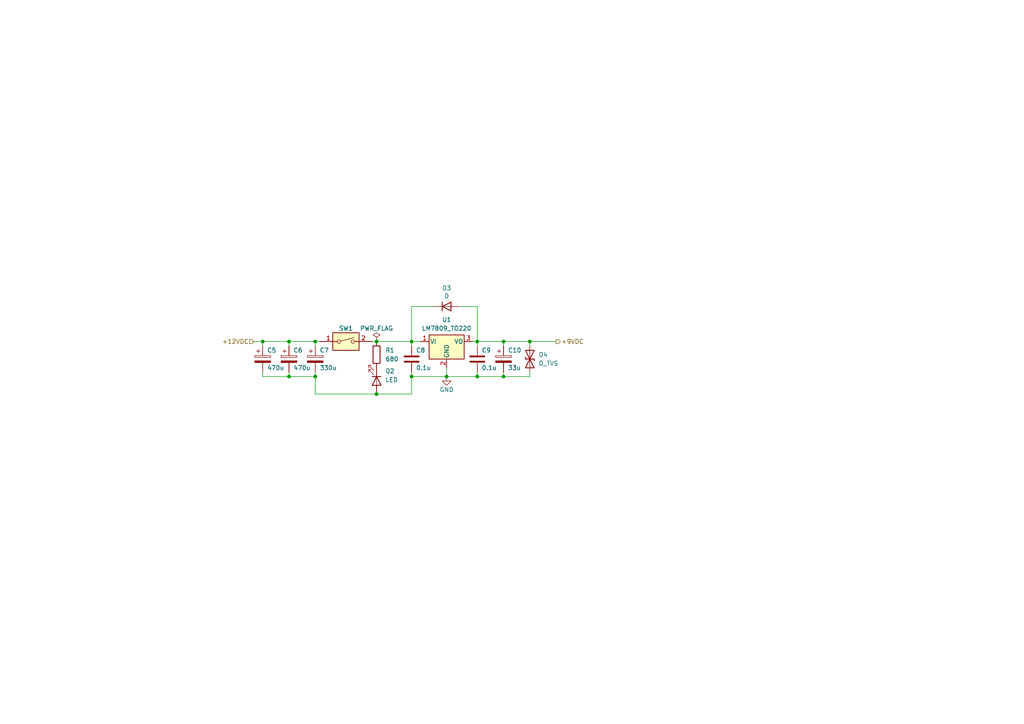
<source format=kicad_sch>
(kicad_sch (version 20231120) (generator "eeschema") (generator_version "8.0")
  (paper "A4")
  (lib_symbols
    (symbol "Device:C" (pin_numbers hide) (pin_names (offset 0.254))
      (property "Reference" "C" (at 0.635 2.54 0))
      (property "Value" "C" (at 0.635 -2.54 0))
      (symbol "C_0_1"
        (polyline (pts (xy -2.032 -0.762) (xy 2.032 -0.762)) (stroke (width 0.508)))
        (polyline (pts (xy -2.032 0.762) (xy 2.032 0.762)) (stroke (width 0.508)))
      )
      (symbol "C_1_1"
        (pin passive line (at 0 3.81 270) (length 2.794) (name "~") (number "1"))
        (pin passive line (at 0 -3.81 90) (length 2.794) (name "~") (number "2"))
      )
    )
    (symbol "Device:C_Polarized" (pin_numbers hide) (pin_names (offset 0.254))
      (property "Reference" "C" (at 0.635 2.54 0))
      (property "Value" "C_Polarized" (at 0.635 -2.54 0))
      (symbol "C_Polarized_0_1"
        (rectangle (start -2.286 0.508) (end 2.286 1.016))
        (polyline (pts (xy -1.778 2.286) (xy -0.762 2.286)))
        (polyline (pts (xy -1.27 2.794) (xy -1.27 1.778)))
        (rectangle (start 2.286 -0.508) (end -2.286 -1.016) (fill (type outline)))
      )
      (symbol "C_Polarized_1_1"
        (pin passive line (at 0 3.81 270) (length 2.794) (name "~") (number "1"))
        (pin passive line (at 0 -3.81 90) (length 2.794) (name "~") (number "2"))
      )
    )
    (symbol "Device:D" (pin_numbers hide) (pin_names (offset 1.016) hide)
      (property "Reference" "D" (at 0 2.54 0))
      (property "Value" "D" (at 0 -2.54 0))
      (symbol "D_0_1"
        (polyline (pts (xy -1.27 1.27) (xy -1.27 -1.27)) (stroke (width 0.254)))
        (polyline (pts (xy 1.27 0) (xy -1.27 0)))
        (polyline (pts (xy 1.27 1.27) (xy 1.27 -1.27) (xy -1.27 0) (xy 1.27 1.27)) (stroke (width 0.254)))
      )
      (symbol "D_1_1"
        (pin passive line (at -3.81 0 0) (length 2.54) (name "K") (number "1"))
        (pin passive line (at 3.81 0 180) (length 2.54) (name "A") (number "2"))
      )
    )
    (symbol "Device:D_TVS" (pin_numbers hide) (pin_names (offset 1.016) hide)
      (property "Reference" "D" (at 0 2.54 0))
      (property "Value" "D_TVS" (at 0 -2.54 0))
      (symbol "D_TVS_0_1"
        (polyline (pts (xy 1.27 0) (xy -1.27 0)))
        (polyline (pts (xy 0.508 1.27) (xy 0 1.27) (xy 0 -1.27) (xy -0.508 -1.27)) (stroke (width 0.254)))
        (polyline (pts (xy -2.54 1.27) (xy -2.54 -1.27) (xy 2.54 1.27) (xy 2.54 -1.27) (xy -2.54 1.27)) (stroke (width 0.254)))
      )
      (symbol "D_TVS_1_1"
        (pin passive line (at -3.81 0 0) (length 2.54) (name "A1") (number "1"))
        (pin passive line (at 3.81 0 180) (length 2.54) (name "A2") (number "2"))
      )
    )
    (symbol "Device:LED" (pin_numbers hide) (pin_names (offset 1.016) hide)
      (property "Reference" "D" (at 0 2.54 0))
      (property "Value" "LED" (at 0 -2.54 0))
      (symbol "LED_0_1"
        (polyline (pts (xy -1.27 -1.27) (xy -1.27 1.27)) (stroke (width 0.254)))
        (polyline (pts (xy -1.27 0) (xy 1.27 0)))
        (polyline (pts (xy 1.27 -1.27) (xy 1.27 1.27) (xy -1.27 0) (xy 1.27 -1.27)) (stroke (width 0.254)))
        (polyline (pts (xy -3.048 -0.762) (xy -4.572 -2.286) (xy -3.81 -2.286) (xy -4.572 -2.286) (xy -4.572 -1.524)))
        (polyline (pts (xy -1.778 -0.762) (xy -3.302 -2.286) (xy -2.54 -2.286) (xy -3.302 -2.286) (xy -3.302 -1.524)))
      )
      (symbol "LED_1_1"
        (pin passive line (at -3.81 0 0) (length 2.54) (name "K") (number "1"))
        (pin passive line (at 3.81 0 180) (length 2.54) (name "A") (number "2"))
      )
    )
    (symbol "Device:R" (pin_numbers hide) (pin_names (offset 0))
      (property "Reference" "R" (at 2.032 0 90))
      (property "Value" "R" (at 0 0 90))
      (symbol "R_0_1"
        (rectangle (start -1.016 -2.54) (end 1.016 2.54) (stroke (width 0.254)))
      )
      (symbol "R_1_1"
        (pin passive line (at 0 3.81 270) (length 1.27) (name "~") (number "1"))
        (pin passive line (at 0 -3.81 90) (length 1.27) (name "~") (number "2"))
      )
    )
    (symbol "Regulator_Linear:LM7809_TO220" (pin_names (offset 0.254))
      (property "Reference" "U" (at -3.81 3.175 0))
      (property "Value" "LM7809_TO220" (at 0 3.175 0))
      (symbol "LM7809_TO220_0_1"
        (rectangle (start -5.08 1.905) (end 5.08 -5.08) (stroke (width 0.254)) (fill (type background)))
      )
      (symbol "LM7809_TO220_1_1"
        (pin power_in line (at -7.62 0 0) (length 2.54) (name "VI") (number "1"))
        (pin power_in line (at 0 -7.62 90) (length 2.54) (name "GND") (number "2"))
        (pin power_out line (at 7.62 0 180) (length 2.54) (name "VO") (number "3"))
      )
    )
    (symbol "Switch:SW_DIP_x01" (pin_names (offset 0) hide)
      (property "Reference" "SW" (at 0 3.81 0))
      (property "Value" "SW_DIP_x01" (at 0 -3.81 0))
      (symbol "SW_DIP_x01_0_0"
        (circle (center -2.032 0) (radius 0.508))
        (polyline (pts (xy -1.524 0.127) (xy 2.3622 1.1684)))
        (circle (center 2.032 0) (radius 0.508))
      )
      (symbol "SW_DIP_x01_0_1"
        (rectangle (start -3.81 2.54) (end 3.81 -2.54) (stroke (width 0.254)) (fill (type background)))
      )
      (symbol "SW_DIP_x01_1_1"
        (pin passive line (at -7.62 0 0) (length 5.08) (name "~") (number "1"))
        (pin passive line (at 7.62 0 180) (length 5.08) (name "~") (number "2"))
      )
    )
    (symbol "power:GND" (power) (pin_names (offset 0))
      (property "Value" "GND" (at 0 -3.81 0))
      (symbol "GND_0_1"
        (polyline (pts (xy 0 0) (xy 0 -1.27) (xy 1.27 -1.27) (xy 0 -2.54) (xy -1.27 -1.27) (xy 0 -1.27)))
      )
      (symbol "GND_1_1"
        (pin power_in line (at 0 0 270) (length 0) hide (name "GND") (number "1"))
      )
    )
    (symbol "power:PWR_FLAG" (power) (pin_numbers hide) (pin_names (offset 0) hide)
      (property "Value" "PWR_FLAG" (at 0 3.81 0))
      (symbol "PWR_FLAG_0_0"
        (pin power_out line (at 0 0 90) (length 0) (name "~") (number "1"))
      )
      (symbol "PWR_FLAG_0_1"
        (polyline (pts (xy 0 0) (xy 0 1.27) (xy -1.016 1.905) (xy 0 2.54) (xy 1.016 1.905) (xy 0 1.27)))
      )
    )
  )
  (junction (at 91.44 109.22))
  (junction (at 153.67 99.06))
  (junction (at 129.54 109.22))
  (junction (at 119.38 99.06))
  (junction (at 76.2 99.06))
  (junction (at 83.82 109.22))
  (junction (at 146.05 99.06))
  (junction (at 138.43 109.22))
  (junction (at 119.38 109.22))
  (junction (at 83.82 99.06))
  (junction (at 138.43 99.06))
  (junction (at 109.22 114.3))
  (junction (at 109.22 99.06))
  (junction (at 146.05 109.22))
  (junction (at 91.44 99.06))
  (wire (pts (xy 153.67 99.06) (xy 153.67 100.33)))
  (wire (pts (xy 83.82 109.22) (xy 91.44 109.22)))
  (wire (pts (xy 146.05 99.06) (xy 153.67 99.06)))
  (wire (pts (xy 83.82 99.06) (xy 83.82 100.33)))
  (wire (pts (xy 91.44 109.22) (xy 91.44 114.3)))
  (wire (pts (xy 133.35 88.9) (xy 138.43 88.9)))
  (wire (pts (xy 138.43 109.22) (xy 138.43 107.95)))
  (wire (pts (xy 129.54 109.22) (xy 138.43 109.22)))
  (wire (pts (xy 119.38 114.3) (xy 119.38 109.22)))
  (wire (pts (xy 119.38 107.95) (xy 119.38 109.22)))
  (wire (pts (xy 91.44 99.06) (xy 91.44 100.33)))
  (wire (pts (xy 119.38 109.22) (xy 129.54 109.22)))
  (wire (pts (xy 76.2 99.06) (xy 76.2 100.33)))
  (wire (pts (xy 138.43 109.22) (xy 146.05 109.22)))
  (wire (pts (xy 76.2 107.95) (xy 76.2 109.22)))
  (wire (pts (xy 83.82 107.95) (xy 83.82 109.22)))
  (wire (pts (xy 76.2 99.06) (xy 83.82 99.06)))
  (wire (pts (xy 153.67 107.95) (xy 153.67 109.22)))
  (wire (pts (xy 146.05 109.22) (xy 146.05 107.95)))
  (wire (pts (xy 138.43 99.06) (xy 146.05 99.06)))
  (wire (pts (xy 138.43 99.06) (xy 138.43 100.33)))
  (wire (pts (xy 146.05 100.33) (xy 146.05 99.06)))
  (wire (pts (xy 91.44 114.3) (xy 109.22 114.3)))
  (wire (pts (xy 125.73 88.9) (xy 119.38 88.9)))
  (wire (pts (xy 109.22 99.06) (xy 119.38 99.06)))
  (wire (pts (xy 129.54 106.68) (xy 129.54 109.22)))
  (wire (pts (xy 153.67 99.06) (xy 161.29 99.06)))
  (wire (pts (xy 109.22 114.3) (xy 119.38 114.3)))
  (wire (pts (xy 91.44 107.95) (xy 91.44 109.22)))
  (wire (pts (xy 119.38 88.9) (xy 119.38 99.06)))
  (wire (pts (xy 137.16 99.06) (xy 138.43 99.06)))
  (wire (pts (xy 138.43 88.9) (xy 138.43 99.06)))
  (wire (pts (xy 119.38 99.06) (xy 121.92 99.06)))
  (wire (pts (xy 83.82 99.06) (xy 91.44 99.06)))
  (wire (pts (xy 107.95 99.06) (xy 109.22 99.06)))
  (wire (pts (xy 146.05 109.22) (xy 153.67 109.22)))
  (wire (pts (xy 76.2 109.22) (xy 83.82 109.22)))
  (wire (pts (xy 119.38 100.33) (xy 119.38 99.06)))
  (wire (pts (xy 92.71 99.06) (xy 91.44 99.06)))
  (wire (pts (xy 73.66 99.06) (xy 76.2 99.06)))
  (hierarchical_label "+9VDC" (shape output) (at 161.29 99.06 0))
  (hierarchical_label "+12VDC" (shape input) (at 73.66 99.06 180))
  (symbol (lib_id "power:PWR_FLAG") (at 109.22 99.06 0) (unit 1)
    (property "Reference" "#FLG05" (effects (hide yes)))
    (property "Value" "PWR_FLAG" (at 109.22 95.25 0))
    (property "Description" "Special symbol for telling ERC where power comes from" (effects (hide yes)))
    (instances (project "sk" (path "" (reference "#FLG05") (unit 1)) (path "" (reference "#FLG06") (unit 1)) (path "" (reference "#FLG07") (unit 1)) (path "" (reference "#FLG08") (unit 1)) (path "" (reference "#FLG09") (unit 1)) (path "" (reference "#FLG010") (unit 1))))
  )
  (symbol (lib_id "Device:D_TVS") (at 153.67 104.14 270) (unit 1)
    (property "Reference" "D4" (at 156.21 102.8699 90) (effects (justify left)))
    (property "Value" "D_TVS" (at 156.21 105.4099 90) (effects (justify left)))
    (property "Footprint" "Diode_SMD:D_SOD-523" (effects (hide yes)))
    (instances (project "sk" (path "" (reference "D4") (unit 1)) (path "" (reference "D7") (unit 1)) (path "" (reference "D10") (unit 1)) (path "" (reference "D13") (unit 1)) (path "" (reference "D16") (unit 1)) (path "" (reference "D19") (unit 1))))
  )
  (symbol (lib_id "Regulator_Linear:LM7809_TO220") (at 129.54 99.06 0) (unit 1)
    (property "Reference" "U1" (at 129.54 92.71 0))
    (property "Value" "LM7809_TO220" (at 129.54 95.25 0))
    (property "Footprint" "Package_TO_SOT_THT:TO-220-3_Vertical" (effects (hide yes)))
    (property "Datasheet" "https://www.onsemi.cn/PowerSolutions/document/MC7800-D.PDF" (effects (hide yes)))
    (instances (project "sk" (path "" (reference "U1") (unit 1)) (path "" (reference "U2") (unit 1)) (path "" (reference "U3") (unit 1)) (path "" (reference "U4") (unit 1)) (path "" (reference "U5") (unit 1)) (path "" (reference "U6") (unit 1))))
  )
  (symbol (lib_id "Device:R") (at 109.22 102.87 0) (unit 1)
    (property "Reference" "R1" (at 111.76 101.5999 0) (effects (justify left)))
    (property "Value" "680" (at 111.76 104.14 0) (effects (justify left)))
    (property "Footprint" "Resistor_SMD:R_0805_2012Metric" (effects (hide yes)))
    (instances (project "sk" (path "" (reference "R1") (unit 1)) (path "" (reference "R2") (unit 1)) (path "" (reference "R3") (unit 1)) (path "" (reference "R4") (unit 1)) (path "" (reference "R5") (unit 1)) (path "" (reference "R6") (unit 1))))
  )
  (symbol (lib_id "power:GND") (at 129.54 109.22 0) (unit 1)
    (property "Reference" "#PWR09" (effects (hide yes)))
    (property "Value" "GND" (at 129.54 113.03 0))
    (instances (project "sk" (path "" (reference "#PWR09") (unit 1)) (path "" (reference "#PWR010") (unit 1)) (path "" (reference "#PWR011") (unit 1)) (path "" (reference "#PWR012") (unit 1)) (path "" (reference "#PWR013") (unit 1)) (path "" (reference "#PWR014") (unit 1))))
  )
  (symbol (lib_id "Switch:SW_DIP_x01") (at 100.33 99.06 0) (unit 1)
    (property "Reference" "SW1" (at 100.33 95.25 0))
    (property "Value" "SW_DIP_x01" (effects (hide yes)))
    (property "Footprint" "switch:200MSP1T1B1M2QEH" (effects (hide yes)))
    (instances (project "sk" (path "" (reference "SW1") (unit 1)) (path "" (reference "SW2") (unit 1)) (path "" (reference "SW3") (unit 1)) (path "" (reference "SW4") (unit 1)) (path "" (reference "SW5") (unit 1)) (path "" (reference "SW6") (unit 1))))
  )
  (symbol (lib_id "Device:C") (at 138.43 104.14 0) (unit 1)
    (property "Reference" "C9" (at 139.7 101.6 0) (effects (justify left)))
    (property "Value" "0.1u" (at 139.7 106.68 0) (effects (justify left)))
    (property "Footprint" "Capacitor_SMD:C_0805_2012Metric" (effects (hide yes)))
    (instances (project "sk" (path "" (reference "C9") (unit 1)) (path "" (reference "C15") (unit 1)) (path "" (reference "C21") (unit 1)) (path "" (reference "C27") (unit 1)) (path "" (reference "C33") (unit 1)) (path "" (reference "C39") (unit 1))))
  )
  (symbol (lib_id "Device:C_Polarized") (at 91.44 104.14 0) (unit 1)
    (property "Reference" "C7" (at 92.71 101.6 0) (effects (justify left)))
    (property "Value" "330u" (at 92.71 106.68 0) (effects (justify left)))
    (property "Footprint" "cap-330u:CAPPRD500W60D1000H2200" (effects (hide yes)))
    (instances (project "sk" (path "" (reference "C7") (unit 1)) (path "" (reference "C13") (unit 1)) (path "" (reference "C19") (unit 1)) (path "" (reference "C25") (unit 1)) (path "" (reference "C31") (unit 1)) (path "" (reference "C37") (unit 1))))
  )
  (symbol (lib_id "Device:D") (at 129.54 88.9 0) (unit 1)
    (property "Reference" "D3" (at 129.54 83.566 0))
    (property "Value" "D" (at 129.54 85.852 0))
    (property "Footprint" "diode:SE8D20DHM3H" (effects (hide yes)))
    (property "Description" "Diode" (effects (hide yes)))
    (property "Sim.Device" "D" (effects (hide yes)))
    (property "Sim.Pins" "1=K 2=A" (effects (hide yes)))
    (instances (project "sk" (path "" (reference "D3") (unit 1)) (path "" (reference "D6") (unit 1)) (path "" (reference "D9") (unit 1)) (path "" (reference "D12") (unit 1)) (path "" (reference "D15") (unit 1)) (path "" (reference "D18") (unit 1))))
  )
  (symbol (lib_id "Device:C_Polarized") (at 76.2 104.14 0) (unit 1)
    (property "Reference" "C5" (at 77.47 101.6 0) (effects (justify left)))
    (property "Value" "470u" (at 77.47 106.68 0) (effects (justify left)))
    (property "Footprint" "cap-470u:ESH_13X20_" (effects (hide yes)))
    (instances (project "sk" (path "" (reference "C5") (unit 1)) (path "" (reference "C11") (unit 1)) (path "" (reference "C17") (unit 1)) (path "" (reference "C23") (unit 1)) (path "" (reference "C29") (unit 1)) (path "" (reference "C35") (unit 1))))
  )
  (symbol (lib_id "Device:C") (at 119.38 104.14 0) (unit 1)
    (property "Reference" "C8" (at 120.65 101.6 0) (effects (justify left)))
    (property "Value" "0.1u" (at 120.65 106.68 0) (effects (justify left)))
    (property "Footprint" "Capacitor_SMD:C_0805_2012Metric" (effects (hide yes)))
    (instances (project "sk" (path "" (reference "C8") (unit 1)) (path "" (reference "C14") (unit 1)) (path "" (reference "C20") (unit 1)) (path "" (reference "C26") (unit 1)) (path "" (reference "C32") (unit 1)) (path "" (reference "C38") (unit 1))))
  )
  (symbol (lib_id "Device:C_Polarized") (at 83.82 104.14 0) (unit 1)
    (property "Reference" "C6" (at 85.09 101.6 0) (effects (justify left)))
    (property "Value" "470u" (at 85.09 106.68 0) (effects (justify left)))
    (property "Footprint" "cap-470u:ESH_13X20_" (effects (hide yes)))
    (instances (project "sk" (path "" (reference "C6") (unit 1)) (path "" (reference "C12") (unit 1)) (path "" (reference "C18") (unit 1)) (path "" (reference "C24") (unit 1)) (path "" (reference "C30") (unit 1)) (path "" (reference "C36") (unit 1))))
  )
  (symbol (lib_id "Device:LED") (at 109.22 110.49 270) (unit 1)
    (property "Reference" "D2" (at 111.76 107.6324 90) (effects (justify left)))
    (property "Value" "LED" (at 111.76 110.1724 90) (effects (justify left)))
    (property "Footprint" "Diode_SMD:D_0805_2012Metric" (effects (hide yes)))
    (instances (project "sk" (path "" (reference "D2") (unit 1)) (path "" (reference "D5") (unit 1)) (path "" (reference "D8") (unit 1)) (path "" (reference "D11") (unit 1)) (path "" (reference "D14") (unit 1)) (path "" (reference "D17") (unit 1))))
  )
  (symbol (lib_id "Device:C_Polarized") (at 146.05 104.14 0) (unit 1)
    (property "Reference" "C10" (at 147.32 101.6 0) (effects (justify left)))
    (property "Value" "33u" (at 147.32 106.68 0) (effects (justify left)))
    (property "Footprint" "cap-33u:EEE0JA152UAP" (effects (hide yes)))
    (instances (project "sk" (path "" (reference "C10") (unit 1)) (path "" (reference "C16") (unit 1)) (path "" (reference "C22") (unit 1)) (path "" (reference "C28") (unit 1)) (path "" (reference "C34") (unit 1)) (path "" (reference "C40") (unit 1))))
  )
)
</source>
